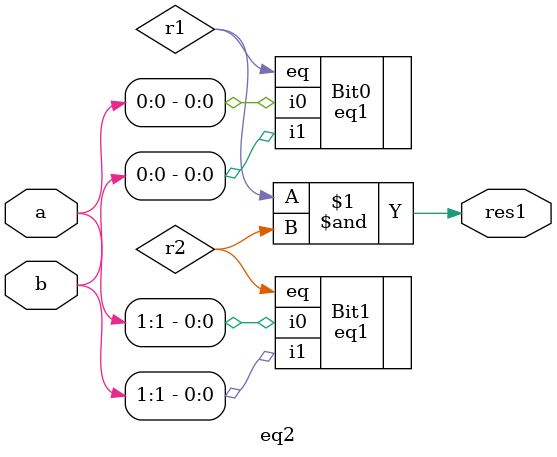
<source format=v>
`timescale 1 ns/10 ps

module eq2(
	input wire[1:0] a,b,
	output wire res1
);

wire r1, r2;

// Call to Module eq1 which is 1 Bit Comparator
eq1 Bit0 (.i0(a[0]), .i1(b[0]), .eq(r1));	
eq1 Bit1 (.i0(a[1]), .i1(b[1]), .eq(r2));

assign res1= r1 & r2;

endmodule
</source>
